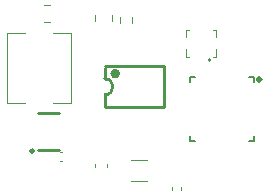
<source format=gbr>
%TF.GenerationSoftware,KiCad,Pcbnew,9.0.4*%
%TF.CreationDate,2025-10-05T00:11:35-04:00*%
%TF.ProjectId,bldc motor controller,626c6463-206d-46f7-946f-7220636f6e74,rev?*%
%TF.SameCoordinates,Original*%
%TF.FileFunction,Legend,Bot*%
%TF.FilePolarity,Positive*%
%FSLAX46Y46*%
G04 Gerber Fmt 4.6, Leading zero omitted, Abs format (unit mm)*
G04 Created by KiCad (PCBNEW 9.0.4) date 2025-10-05 00:11:35*
%MOMM*%
%LPD*%
G01*
G04 APERTURE LIST*
%ADD10C,0.150000*%
%ADD11C,0.100000*%
%ADD12C,0.120000*%
%ADD13C,0.254000*%
%ADD14C,0.400000*%
%ADD15C,0.300000*%
%ADD16C,0.200000*%
G04 APERTURE END LIST*
D10*
%TO.C,U6*%
X148850000Y-85757500D02*
G75*
G02*
X148700000Y-85757500I-75000J0D01*
G01*
X148700000Y-85757500D02*
G75*
G02*
X148850000Y-85757500I75000J0D01*
G01*
D11*
X146755000Y-85443000D02*
X147009000Y-85443000D01*
X146755000Y-84808000D02*
X146755000Y-85443000D01*
X146755000Y-83157000D02*
X146755000Y-83792000D01*
X147009000Y-83157000D02*
X146755000Y-83157000D01*
X149041000Y-83157000D02*
X149295000Y-83157000D01*
X149295000Y-85443000D02*
X149069000Y-85443000D01*
X149295000Y-84808000D02*
X149295000Y-85443000D01*
X149295000Y-83157000D02*
X149295000Y-83792000D01*
D12*
%TO.C,C9*%
X139040000Y-94815580D02*
X139040000Y-94534420D01*
X140060000Y-94815580D02*
X140060000Y-94534420D01*
%TO.C,L1*%
X137060000Y-89360000D02*
X137060000Y-83440000D01*
X135510000Y-89360000D02*
X137060000Y-89360000D01*
X131640000Y-89360000D02*
X133190000Y-89360000D01*
X137060000Y-83440000D02*
X135510000Y-83440000D01*
X133190000Y-83440000D02*
X131640000Y-83440000D01*
X131640000Y-83440000D02*
X131640000Y-89360000D01*
D13*
%TO.C,U4*%
X136050000Y-90250000D02*
X134250000Y-90250000D01*
X136050000Y-93350000D02*
X134250000Y-93350000D01*
X133880000Y-93451000D02*
G75*
G02*
X133626000Y-93451000I-127000J0D01*
G01*
X133626000Y-93451000D02*
G75*
G02*
X133880000Y-93451000I127000J0D01*
G01*
%TO.C,U5*%
X139911120Y-89743500D02*
X144925620Y-89743500D01*
X139911120Y-88686000D02*
X139911120Y-89743500D01*
X139911120Y-86400000D02*
X139911120Y-87314000D01*
X139911120Y-86260000D02*
X144925620Y-86260000D01*
X144925620Y-89743500D02*
X144925620Y-86260000D01*
X139911120Y-87314000D02*
G75*
G02*
X139911120Y-88686000I0J-686000D01*
G01*
D14*
X140995620Y-86890000D02*
G75*
G02*
X140595620Y-86890000I-200000J0D01*
G01*
X140595620Y-86890000D02*
G75*
G02*
X140995620Y-86890000I200000J0D01*
G01*
D12*
%TO.C,R6*%
X142222500Y-82562258D02*
X142222500Y-82087742D01*
X141177500Y-82562258D02*
X141177500Y-82087742D01*
%TO.C,R1*%
X139065000Y-81888748D02*
X139065000Y-82411252D01*
X140535000Y-81888748D02*
X140535000Y-82411252D01*
%TO.C,C11*%
X136307836Y-93540000D02*
X136092164Y-93540000D01*
X136307836Y-94260000D02*
X136092164Y-94260000D01*
%TO.C,C8*%
X146360000Y-96707836D02*
X146360000Y-96492164D01*
X145640000Y-96707836D02*
X145640000Y-96492164D01*
%TO.C,C2*%
X134788748Y-82535000D02*
X135311252Y-82535000D01*
X134788748Y-81065000D02*
X135311252Y-81065000D01*
%TO.C,C1*%
X142088748Y-96010000D02*
X143511252Y-96010000D01*
X142088748Y-94190000D02*
X143511252Y-94190000D01*
D15*
%TO.C,U3*%
X152850500Y-87372000D02*
G75*
G02*
X152850500Y-87374500I149999J-1250D01*
G01*
D16*
X152500000Y-92600000D02*
X152095000Y-92600000D01*
X147505000Y-92600000D02*
X147100000Y-92600000D01*
X147100000Y-92600000D02*
X147100000Y-92195000D01*
X152500000Y-92195000D02*
X152500000Y-92600000D01*
X152500000Y-87605000D02*
X152500000Y-87200000D01*
X152500000Y-87200000D02*
X152095000Y-87200000D01*
X147505000Y-87200000D02*
X147100000Y-87200000D01*
X147100000Y-87200000D02*
X147100000Y-87605000D01*
%TD*%
M02*

</source>
